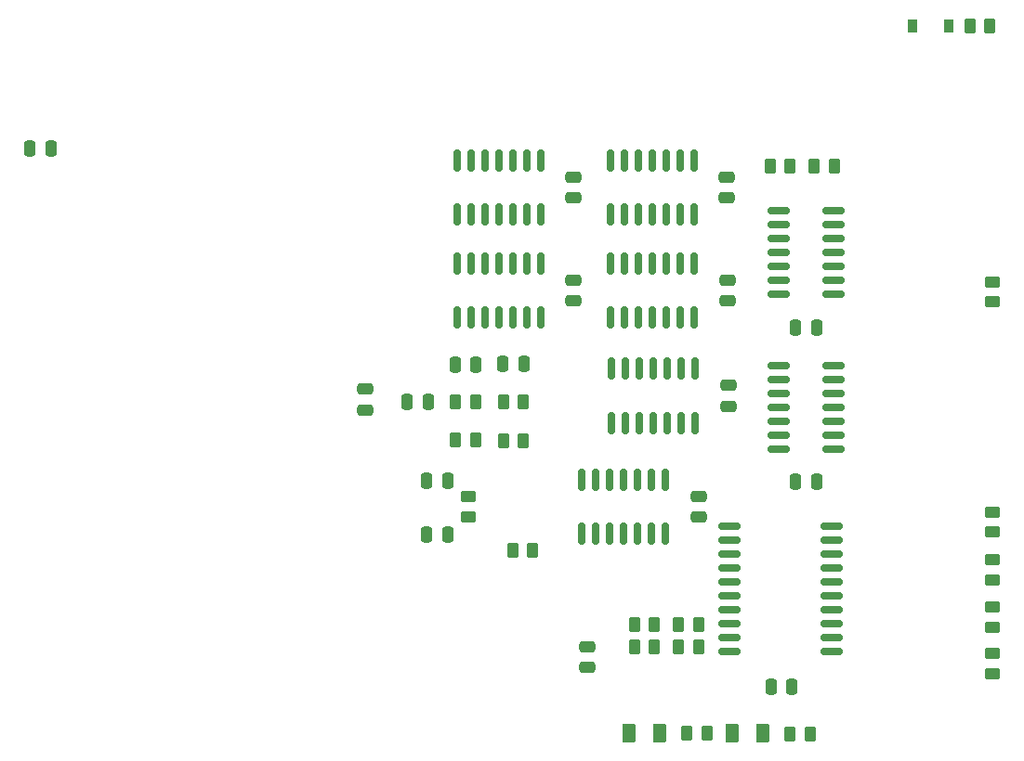
<source format=gbr>
%TF.GenerationSoftware,KiCad,Pcbnew,(6.0.7)*%
%TF.CreationDate,2022-12-20T23:04:02+00:00*%
%TF.ProjectId,CPC464-2MINIDDI,43504334-3634-42d3-924d-494e49444449,rev?*%
%TF.SameCoordinates,Original*%
%TF.FileFunction,Paste,Top*%
%TF.FilePolarity,Positive*%
%FSLAX46Y46*%
G04 Gerber Fmt 4.6, Leading zero omitted, Abs format (unit mm)*
G04 Created by KiCad (PCBNEW (6.0.7)) date 2022-12-20 23:04:02*
%MOMM*%
%LPD*%
G01*
G04 APERTURE LIST*
G04 Aperture macros list*
%AMRoundRect*
0 Rectangle with rounded corners*
0 $1 Rounding radius*
0 $2 $3 $4 $5 $6 $7 $8 $9 X,Y pos of 4 corners*
0 Add a 4 corners polygon primitive as box body*
4,1,4,$2,$3,$4,$5,$6,$7,$8,$9,$2,$3,0*
0 Add four circle primitives for the rounded corners*
1,1,$1+$1,$2,$3*
1,1,$1+$1,$4,$5*
1,1,$1+$1,$6,$7*
1,1,$1+$1,$8,$9*
0 Add four rect primitives between the rounded corners*
20,1,$1+$1,$2,$3,$4,$5,0*
20,1,$1+$1,$4,$5,$6,$7,0*
20,1,$1+$1,$6,$7,$8,$9,0*
20,1,$1+$1,$8,$9,$2,$3,0*%
G04 Aperture macros list end*
%ADD10RoundRect,0.150000X-0.825000X-0.150000X0.825000X-0.150000X0.825000X0.150000X-0.825000X0.150000X0*%
%ADD11RoundRect,0.150000X0.150000X-0.825000X0.150000X0.825000X-0.150000X0.825000X-0.150000X-0.825000X0*%
%ADD12RoundRect,0.250000X-0.375000X-0.625000X0.375000X-0.625000X0.375000X0.625000X-0.375000X0.625000X0*%
%ADD13RoundRect,0.250000X-0.262500X-0.450000X0.262500X-0.450000X0.262500X0.450000X-0.262500X0.450000X0*%
%ADD14RoundRect,0.250000X0.250000X0.475000X-0.250000X0.475000X-0.250000X-0.475000X0.250000X-0.475000X0*%
%ADD15RoundRect,0.250000X-0.475000X0.250000X-0.475000X-0.250000X0.475000X-0.250000X0.475000X0.250000X0*%
%ADD16RoundRect,0.250000X0.475000X-0.250000X0.475000X0.250000X-0.475000X0.250000X-0.475000X-0.250000X0*%
%ADD17RoundRect,0.250000X-0.250000X-0.475000X0.250000X-0.475000X0.250000X0.475000X-0.250000X0.475000X0*%
%ADD18RoundRect,0.250000X0.450000X-0.262500X0.450000X0.262500X-0.450000X0.262500X-0.450000X-0.262500X0*%
%ADD19RoundRect,0.250000X-0.450000X0.262500X-0.450000X-0.262500X0.450000X-0.262500X0.450000X0.262500X0*%
%ADD20RoundRect,0.150000X-0.875000X-0.150000X0.875000X-0.150000X0.875000X0.150000X-0.875000X0.150000X0*%
%ADD21RoundRect,0.250000X0.262500X0.450000X-0.262500X0.450000X-0.262500X-0.450000X0.262500X-0.450000X0*%
%ADD22R,0.900000X1.200000*%
G04 APERTURE END LIST*
D10*
%TO.C,IC408*%
X105119400Y-65481200D03*
X105119400Y-66751200D03*
X105119400Y-68021200D03*
X105119400Y-69291200D03*
X105119400Y-70561200D03*
X105119400Y-71831200D03*
X105119400Y-73101200D03*
X110069400Y-73101200D03*
X110069400Y-71831200D03*
X110069400Y-70561200D03*
X110069400Y-69291200D03*
X110069400Y-68021200D03*
X110069400Y-66751200D03*
X110069400Y-65481200D03*
%TD*%
D11*
%TO.C,IC412*%
X89890600Y-70750200D03*
X91160600Y-70750200D03*
X92430600Y-70750200D03*
X93700600Y-70750200D03*
X94970600Y-70750200D03*
X96240600Y-70750200D03*
X97510600Y-70750200D03*
X97510600Y-65800200D03*
X96240600Y-65800200D03*
X94970600Y-65800200D03*
X93700600Y-65800200D03*
X92430600Y-65800200D03*
X91160600Y-65800200D03*
X89890600Y-65800200D03*
%TD*%
D12*
%TO.C,D450*%
X100911200Y-99060000D03*
X103711200Y-99060000D03*
%TD*%
D13*
%TO.C,R411*%
X104319700Y-47345600D03*
X106144700Y-47345600D03*
%TD*%
D14*
%TO.C,C453*%
X81899800Y-65354200D03*
X79999800Y-65354200D03*
%TD*%
D13*
%TO.C,R454*%
X80037300Y-68834000D03*
X81862300Y-68834000D03*
%TD*%
D15*
%TO.C,C408*%
X86410800Y-57724000D03*
X86410800Y-59624000D03*
%TD*%
D16*
%TO.C,C407*%
X100406200Y-50226000D03*
X100406200Y-48326000D03*
%TD*%
D17*
%TO.C,C412*%
X106644400Y-62026800D03*
X108544400Y-62026800D03*
%TD*%
D11*
%TO.C,IC410*%
X89789000Y-61149000D03*
X91059000Y-61149000D03*
X92329000Y-61149000D03*
X93599000Y-61149000D03*
X94869000Y-61149000D03*
X96139000Y-61149000D03*
X97409000Y-61149000D03*
X97409000Y-56199000D03*
X96139000Y-56199000D03*
X94869000Y-56199000D03*
X93599000Y-56199000D03*
X92329000Y-56199000D03*
X91059000Y-56199000D03*
X89789000Y-56199000D03*
%TD*%
D18*
%TO.C,R404*%
X124561600Y-85062700D03*
X124561600Y-83237700D03*
%TD*%
D19*
%TO.C,R405*%
X124561600Y-78868900D03*
X124561600Y-80693900D03*
%TD*%
D16*
%TO.C,C404*%
X67462400Y-69545200D03*
X67462400Y-67645200D03*
%TD*%
D13*
%TO.C,R416*%
X95963100Y-89128600D03*
X97788100Y-89128600D03*
%TD*%
D15*
%TO.C,C403*%
X87706200Y-91150400D03*
X87706200Y-93050400D03*
%TD*%
D17*
%TO.C,C455*%
X75605600Y-65405000D03*
X77505600Y-65405000D03*
%TD*%
D12*
%TO.C,D451*%
X91513200Y-99060000D03*
X94313200Y-99060000D03*
%TD*%
D19*
%TO.C,R451*%
X76809600Y-77497300D03*
X76809600Y-79322300D03*
%TD*%
D17*
%TO.C,C413*%
X106644400Y-76123800D03*
X108544400Y-76123800D03*
%TD*%
D18*
%TO.C,R403*%
X124561600Y-59688100D03*
X124561600Y-57863100D03*
%TD*%
D15*
%TO.C,C410*%
X100533200Y-67325200D03*
X100533200Y-69225200D03*
%TD*%
D17*
%TO.C,C414*%
X104409200Y-94818200D03*
X106309200Y-94818200D03*
%TD*%
D19*
%TO.C,R452*%
X124561600Y-87555700D03*
X124561600Y-89380700D03*
%TD*%
D13*
%TO.C,R453*%
X80852000Y-82372200D03*
X82677000Y-82372200D03*
%TD*%
D15*
%TO.C,C411*%
X97815400Y-77434400D03*
X97815400Y-79334400D03*
%TD*%
D16*
%TO.C,C409*%
X100431600Y-59624000D03*
X100431600Y-57724000D03*
%TD*%
D13*
%TO.C,R457*%
X75643100Y-68834000D03*
X77468100Y-68834000D03*
%TD*%
%TO.C,R459*%
X96750500Y-99085400D03*
X98575500Y-99085400D03*
%TD*%
%TO.C,R455*%
X75643100Y-72288400D03*
X77468100Y-72288400D03*
%TD*%
%TO.C,R456*%
X80037300Y-72339200D03*
X81862300Y-72339200D03*
%TD*%
D11*
%TO.C,IC409*%
X75819000Y-61149000D03*
X77089000Y-61149000D03*
X78359000Y-61149000D03*
X79629000Y-61149000D03*
X80899000Y-61149000D03*
X82169000Y-61149000D03*
X83439000Y-61149000D03*
X83439000Y-56199000D03*
X82169000Y-56199000D03*
X80899000Y-56199000D03*
X79629000Y-56199000D03*
X78359000Y-56199000D03*
X77089000Y-56199000D03*
X75819000Y-56199000D03*
%TD*%
D13*
%TO.C,R458*%
X106148500Y-99110800D03*
X107973500Y-99110800D03*
%TD*%
D11*
%TO.C,IC405*%
X87172800Y-80859400D03*
X88442800Y-80859400D03*
X89712800Y-80859400D03*
X90982800Y-80859400D03*
X92252800Y-80859400D03*
X93522800Y-80859400D03*
X94792800Y-80859400D03*
X94792800Y-75909400D03*
X93522800Y-75909400D03*
X92252800Y-75909400D03*
X90982800Y-75909400D03*
X89712800Y-75909400D03*
X88442800Y-75909400D03*
X87172800Y-75909400D03*
%TD*%
D20*
%TO.C,IC403*%
X100633000Y-80187800D03*
X100633000Y-81457800D03*
X100633000Y-82727800D03*
X100633000Y-83997800D03*
X100633000Y-85267800D03*
X100633000Y-86537800D03*
X100633000Y-87807800D03*
X100633000Y-89077800D03*
X100633000Y-90347800D03*
X100633000Y-91617800D03*
X109933000Y-91617800D03*
X109933000Y-90347800D03*
X109933000Y-89077800D03*
X109933000Y-87807800D03*
X109933000Y-86537800D03*
X109933000Y-85267800D03*
X109933000Y-83997800D03*
X109933000Y-82727800D03*
X109933000Y-81457800D03*
X109933000Y-80187800D03*
%TD*%
D17*
%TO.C,C451*%
X73040200Y-76022200D03*
X74940200Y-76022200D03*
%TD*%
D21*
%TO.C,R418*%
X93774900Y-89128600D03*
X91949900Y-89128600D03*
%TD*%
D13*
%TO.C,R406*%
X122531500Y-34493200D03*
X124356500Y-34493200D03*
%TD*%
D11*
%TO.C,IC411*%
X89814400Y-51751000D03*
X91084400Y-51751000D03*
X92354400Y-51751000D03*
X93624400Y-51751000D03*
X94894400Y-51751000D03*
X96164400Y-51751000D03*
X97434400Y-51751000D03*
X97434400Y-46801000D03*
X96164400Y-46801000D03*
X94894400Y-46801000D03*
X93624400Y-46801000D03*
X92354400Y-46801000D03*
X91084400Y-46801000D03*
X89814400Y-46801000D03*
%TD*%
D15*
%TO.C,C406*%
X86410800Y-48326000D03*
X86410800Y-50226000D03*
%TD*%
D17*
%TO.C,C454*%
X71262200Y-68859400D03*
X73162200Y-68859400D03*
%TD*%
D10*
%TO.C,IC406*%
X105119400Y-51384200D03*
X105119400Y-52654200D03*
X105119400Y-53924200D03*
X105119400Y-55194200D03*
X105119400Y-56464200D03*
X105119400Y-57734200D03*
X105119400Y-59004200D03*
X110069400Y-59004200D03*
X110069400Y-57734200D03*
X110069400Y-56464200D03*
X110069400Y-55194200D03*
X110069400Y-53924200D03*
X110069400Y-52654200D03*
X110069400Y-51384200D03*
%TD*%
D11*
%TO.C,IC407*%
X75819000Y-51751000D03*
X77089000Y-51751000D03*
X78359000Y-51751000D03*
X79629000Y-51751000D03*
X80899000Y-51751000D03*
X82169000Y-51751000D03*
X83439000Y-51751000D03*
X83439000Y-46801000D03*
X82169000Y-46801000D03*
X80899000Y-46801000D03*
X79629000Y-46801000D03*
X78359000Y-46801000D03*
X77089000Y-46801000D03*
X75819000Y-46801000D03*
%TD*%
D17*
%TO.C,C405*%
X36880800Y-45669200D03*
X38780800Y-45669200D03*
%TD*%
D13*
%TO.C,R414*%
X108332900Y-47320200D03*
X110157900Y-47320200D03*
%TD*%
D21*
%TO.C,R417*%
X93774900Y-91186000D03*
X91949900Y-91186000D03*
%TD*%
D19*
%TO.C,R402*%
X124561600Y-91772100D03*
X124561600Y-93597100D03*
%TD*%
D22*
%TO.C,D401*%
X117272800Y-34544000D03*
X120572800Y-34544000D03*
%TD*%
D21*
%TO.C,R412*%
X97788100Y-91160600D03*
X95963100Y-91160600D03*
%TD*%
D17*
%TO.C,C452*%
X73040200Y-80924400D03*
X74940200Y-80924400D03*
%TD*%
M02*

</source>
